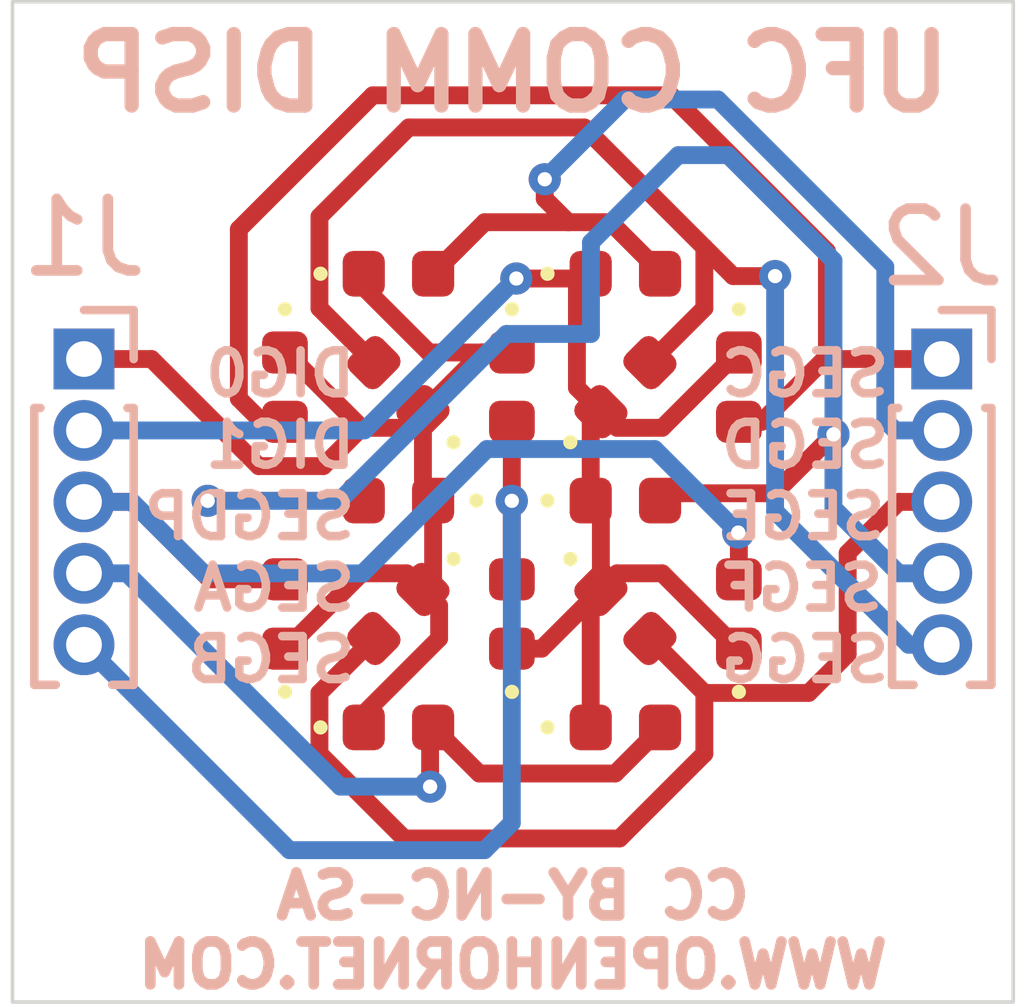
<source format=kicad_pcb>
(kicad_pcb (version 20171130) (host pcbnew "(5.1.9)-1")

  (general
    (thickness 1.6)
    (drawings 16)
    (tracks 149)
    (zones 0)
    (modules 18)
    (nets 11)
  )

  (page A4)
  (layers
    (0 F.Cu signal)
    (31 B.Cu signal)
    (32 B.Adhes user)
    (33 F.Adhes user)
    (34 B.Paste user)
    (35 F.Paste user)
    (36 B.SilkS user)
    (37 F.SilkS user)
    (38 B.Mask user)
    (39 F.Mask user)
    (40 Dwgs.User user)
    (41 Cmts.User user)
    (42 Eco1.User user)
    (43 Eco2.User user)
    (44 Edge.Cuts user)
    (45 Margin user)
    (46 B.CrtYd user)
    (47 F.CrtYd user)
    (48 B.Fab user)
    (49 F.Fab user)
  )

  (setup
    (last_trace_width 0.25)
    (user_trace_width 0.1524)
    (user_trace_width 0.2032)
    (user_trace_width 0.3048)
    (user_trace_width 0.4572)
    (user_trace_width 0.1524)
    (user_trace_width 0.2032)
    (user_trace_width 0.3048)
    (user_trace_width 0.4572)
    (trace_clearance 0.2)
    (zone_clearance 0.508)
    (zone_45_only no)
    (trace_min 0.127)
    (via_size 0.8)
    (via_drill 0.4)
    (via_min_size 0.45)
    (via_min_drill 0.2)
    (user_via 0.45 0.2)
    (user_via 0.45 0.2)
    (uvia_size 0.3)
    (uvia_drill 0.1)
    (uvias_allowed no)
    (uvia_min_size 0.2)
    (uvia_min_drill 0.1)
    (edge_width 0.05)
    (segment_width 0.2)
    (pcb_text_width 0.3)
    (pcb_text_size 1.5 1.5)
    (mod_edge_width 0.12)
    (mod_text_size 1 1)
    (mod_text_width 0.15)
    (pad_size 0.59 0.64)
    (pad_drill 0)
    (pad_to_mask_clearance 0.051)
    (solder_mask_min_width 0.25)
    (aux_axis_origin 151.945 52.19)
    (grid_origin 151.945 52.19)
    (visible_elements 7FFFFFDF)
    (pcbplotparams
      (layerselection 0x010fc_ffffffff)
      (usegerberextensions false)
      (usegerberattributes false)
      (usegerberadvancedattributes false)
      (creategerberjobfile false)
      (excludeedgelayer true)
      (linewidth 0.100000)
      (plotframeref false)
      (viasonmask false)
      (mode 1)
      (useauxorigin false)
      (hpglpennumber 1)
      (hpglpenspeed 20)
      (hpglpendiameter 15.000000)
      (psnegative false)
      (psa4output false)
      (plotreference true)
      (plotvalue true)
      (plotinvisibletext false)
      (padsonsilk false)
      (subtractmaskfromsilk false)
      (outputformat 1)
      (mirror false)
      (drillshape 0)
      (scaleselection 1)
      (outputdirectory "gerbers"))
  )

  (net 0 "")
  (net 1 /DIG0)
  (net 2 /DIG1)
  (net 3 /SEGC)
  (net 4 /SEGDP)
  (net 5 /SEGD)
  (net 6 /SEGG)
  (net 7 /SEGF)
  (net 8 /SEGE)
  (net 9 /SEGA)
  (net 10 /SEGB)

  (net_class Default "This is the default net class."
    (clearance 0.2)
    (trace_width 0.25)
    (via_dia 0.8)
    (via_drill 0.4)
    (uvia_dia 0.3)
    (uvia_drill 0.1)
    (add_net /DIG0)
    (add_net /DIG1)
    (add_net /SEGA)
    (add_net /SEGB)
    (add_net /SEGC)
    (add_net /SEGD)
    (add_net /SEGDP)
    (add_net /SEGE)
    (add_net /SEGF)
    (add_net /SEGG)
  )

  (module LED_SMD:LED_0402_1005Metric locked (layer F.Cu) (tedit 5B301BBE) (tstamp 5FB850D1)
    (at 162.1065 60.759 90)
    (descr "LED SMD 0402 (1005 Metric), square (rectangular) end terminal, IPC_7351 nominal, (Body size source: http://www.tortai-tech.com/upload/download/2011102023233369053.pdf), generated with kicad-footprint-generator")
    (tags LED)
    (path /5FB5EA60)
    (attr smd)
    (fp_text reference D16 (at 0 -1.17 90) (layer F.SilkS) hide
      (effects (font (size 1 1) (thickness 0.15)))
    )
    (fp_text value LED (at 0 1.17 90) (layer F.Fab)
      (effects (font (size 1 1) (thickness 0.15)))
    )
    (fp_circle (center -1.09 0) (end -1.04 0) (layer F.SilkS) (width 0.1))
    (fp_line (start -0.5 0.25) (end -0.5 -0.25) (layer F.Fab) (width 0.1))
    (fp_line (start -0.5 -0.25) (end 0.5 -0.25) (layer F.Fab) (width 0.1))
    (fp_line (start 0.5 -0.25) (end 0.5 0.25) (layer F.Fab) (width 0.1))
    (fp_line (start 0.5 0.25) (end -0.5 0.25) (layer F.Fab) (width 0.1))
    (fp_line (start -0.4 0.25) (end -0.4 -0.25) (layer F.Fab) (width 0.1))
    (fp_line (start -0.3 0.25) (end -0.3 -0.25) (layer F.Fab) (width 0.1))
    (fp_line (start -0.93 0.47) (end -0.93 -0.47) (layer F.CrtYd) (width 0.05))
    (fp_line (start -0.93 -0.47) (end 0.93 -0.47) (layer F.CrtYd) (width 0.05))
    (fp_line (start 0.93 -0.47) (end 0.93 0.47) (layer F.CrtYd) (width 0.05))
    (fp_line (start 0.93 0.47) (end -0.93 0.47) (layer F.CrtYd) (width 0.05))
    (fp_text user %R (at 0 0 90) (layer F.Fab)
      (effects (font (size 0.25 0.25) (thickness 0.04)))
    )
    (pad 1 smd roundrect (at -0.485 0 90) (size 0.59 0.64) (layers F.Cu F.Paste F.Mask) (roundrect_rratio 0.25)
      (net 2 /DIG1))
    (pad 2 smd roundrect (at 0.485 0 90) (size 0.59 0.64) (layers F.Cu F.Paste F.Mask) (roundrect_rratio 0.25)
      (net 4 /SEGDP))
    (model ${KISYS3DMOD}/LED_SMD.3dshapes/LED_0402_1005Metric.wrl
      (at (xyz 0 0 0))
      (scale (xyz 1 1 1))
      (rotate (xyz 0 0 0))
    )
  )

  (module LED_SMD:LED_0402_1005Metric locked (layer F.Cu) (tedit 5B301BBE) (tstamp 5FB850C0)
    (at 160.519 62.3465)
    (descr "LED SMD 0402 (1005 Metric), square (rectangular) end terminal, IPC_7351 nominal, (Body size source: http://www.tortai-tech.com/upload/download/2011102023233369053.pdf), generated with kicad-footprint-generator")
    (tags LED)
    (path /5FB5EA48)
    (attr smd)
    (fp_text reference D14 (at 0 -1.17) (layer F.SilkS) hide
      (effects (font (size 1 1) (thickness 0.15)))
    )
    (fp_text value LED (at 0 1.17) (layer F.Fab)
      (effects (font (size 1 1) (thickness 0.15)))
    )
    (fp_circle (center -1.09 0) (end -1.04 0) (layer F.SilkS) (width 0.1))
    (fp_line (start -0.5 0.25) (end -0.5 -0.25) (layer F.Fab) (width 0.1))
    (fp_line (start -0.5 -0.25) (end 0.5 -0.25) (layer F.Fab) (width 0.1))
    (fp_line (start 0.5 -0.25) (end 0.5 0.25) (layer F.Fab) (width 0.1))
    (fp_line (start 0.5 0.25) (end -0.5 0.25) (layer F.Fab) (width 0.1))
    (fp_line (start -0.4 0.25) (end -0.4 -0.25) (layer F.Fab) (width 0.1))
    (fp_line (start -0.3 0.25) (end -0.3 -0.25) (layer F.Fab) (width 0.1))
    (fp_line (start -0.93 0.47) (end -0.93 -0.47) (layer F.CrtYd) (width 0.05))
    (fp_line (start -0.93 -0.47) (end 0.93 -0.47) (layer F.CrtYd) (width 0.05))
    (fp_line (start 0.93 -0.47) (end 0.93 0.47) (layer F.CrtYd) (width 0.05))
    (fp_line (start 0.93 0.47) (end -0.93 0.47) (layer F.CrtYd) (width 0.05))
    (fp_text user %R (at 0 0) (layer F.Fab)
      (effects (font (size 0.25 0.25) (thickness 0.04)))
    )
    (pad 1 smd roundrect (at -0.485 0) (size 0.59 0.64) (layers F.Cu F.Paste F.Mask) (roundrect_rratio 0.25)
      (net 2 /DIG1))
    (pad 2 smd roundrect (at 0.485 0) (size 0.59 0.64) (layers F.Cu F.Paste F.Mask) (roundrect_rratio 0.25)
      (net 9 /SEGA))
    (model ${KISYS3DMOD}/LED_SMD.3dshapes/LED_0402_1005Metric.wrl
      (at (xyz 0 0 0))
      (scale (xyz 1 1 1))
      (rotate (xyz 0 0 0))
    )
  )

  (module LED_SMD:LED_0402_1005Metric locked (layer F.Cu) (tedit 5B301BBE) (tstamp 5FB850AF)
    (at 160.519 60.759 315)
    (descr "LED SMD 0402 (1005 Metric), square (rectangular) end terminal, IPC_7351 nominal, (Body size source: http://www.tortai-tech.com/upload/download/2011102023233369053.pdf), generated with kicad-footprint-generator")
    (tags LED)
    (path /5FB5EA3C)
    (attr smd)
    (fp_text reference D13 (at 0 -1.17 135) (layer F.SilkS) hide
      (effects (font (size 1 1) (thickness 0.15)))
    )
    (fp_text value LED (at 0 1.17 135) (layer F.Fab)
      (effects (font (size 1 1) (thickness 0.15)))
    )
    (fp_line (start 0.93 0.47) (end -0.93 0.47) (layer F.CrtYd) (width 0.05))
    (fp_line (start 0.93 -0.47) (end 0.93 0.47) (layer F.CrtYd) (width 0.05))
    (fp_line (start -0.93 -0.47) (end 0.93 -0.47) (layer F.CrtYd) (width 0.05))
    (fp_line (start -0.93 0.47) (end -0.93 -0.47) (layer F.CrtYd) (width 0.05))
    (fp_line (start -0.3 0.25) (end -0.3 -0.25) (layer F.Fab) (width 0.1))
    (fp_line (start -0.4 0.25) (end -0.4 -0.25) (layer F.Fab) (width 0.1))
    (fp_line (start 0.5 0.25) (end -0.5 0.25) (layer F.Fab) (width 0.1))
    (fp_line (start 0.5 -0.25) (end 0.5 0.25) (layer F.Fab) (width 0.1))
    (fp_line (start -0.5 -0.25) (end 0.5 -0.25) (layer F.Fab) (width 0.1))
    (fp_line (start -0.5 0.25) (end -0.5 -0.25) (layer F.Fab) (width 0.1))
    (fp_circle (center -1.09 0) (end -1.04 0) (layer F.SilkS) (width 0.1))
    (fp_text user %R (at 0 0 135) (layer F.Fab)
      (effects (font (size 0.25 0.25) (thickness 0.04)))
    )
    (pad 2 smd roundrect (at 0.485 0 315) (size 0.59 0.64) (layers F.Cu F.Paste F.Mask) (roundrect_rratio 0.25)
      (net 8 /SEGE))
    (pad 1 smd roundrect (at -0.485 0 315) (size 0.59 0.64) (layers F.Cu F.Paste F.Mask) (roundrect_rratio 0.25)
      (net 2 /DIG1))
    (model ${KISYS3DMOD}/LED_SMD.3dshapes/LED_0402_1005Metric.wrl
      (at (xyz 0 0 0))
      (scale (xyz 1 1 1))
      (rotate (xyz 0 0 0))
    )
  )

  (module LED_SMD:LED_0402_1005Metric locked (layer F.Cu) (tedit 5B301BBE) (tstamp 5FB8509E)
    (at 155.7565 60.759 90)
    (descr "LED SMD 0402 (1005 Metric), square (rectangular) end terminal, IPC_7351 nominal, (Body size source: http://www.tortai-tech.com/upload/download/2011102023233369053.pdf), generated with kicad-footprint-generator")
    (tags LED)
    (path /5FB5A1A3)
    (attr smd)
    (fp_text reference D2 (at 0 -1.17 90) (layer F.SilkS) hide
      (effects (font (size 1 1) (thickness 0.15)))
    )
    (fp_text value LED (at 0 1.17 90) (layer F.Fab)
      (effects (font (size 1 1) (thickness 0.15)))
    )
    (fp_circle (center -1.09 0) (end -1.04 0) (layer F.SilkS) (width 0.1))
    (fp_line (start -0.5 0.25) (end -0.5 -0.25) (layer F.Fab) (width 0.1))
    (fp_line (start -0.5 -0.25) (end 0.5 -0.25) (layer F.Fab) (width 0.1))
    (fp_line (start 0.5 -0.25) (end 0.5 0.25) (layer F.Fab) (width 0.1))
    (fp_line (start 0.5 0.25) (end -0.5 0.25) (layer F.Fab) (width 0.1))
    (fp_line (start -0.4 0.25) (end -0.4 -0.25) (layer F.Fab) (width 0.1))
    (fp_line (start -0.3 0.25) (end -0.3 -0.25) (layer F.Fab) (width 0.1))
    (fp_line (start -0.93 0.47) (end -0.93 -0.47) (layer F.CrtYd) (width 0.05))
    (fp_line (start -0.93 -0.47) (end 0.93 -0.47) (layer F.CrtYd) (width 0.05))
    (fp_line (start 0.93 -0.47) (end 0.93 0.47) (layer F.CrtYd) (width 0.05))
    (fp_line (start 0.93 0.47) (end -0.93 0.47) (layer F.CrtYd) (width 0.05))
    (fp_text user %R (at 0 0 90) (layer F.Fab)
      (effects (font (size 0.25 0.25) (thickness 0.04)))
    )
    (pad 1 smd roundrect (at -0.485 0 90) (size 0.59 0.64) (layers F.Cu F.Paste F.Mask) (roundrect_rratio 0.25)
      (net 1 /DIG0))
    (pad 2 smd roundrect (at 0.485 0 90) (size 0.59 0.64) (layers F.Cu F.Paste F.Mask) (roundrect_rratio 0.25)
      (net 4 /SEGDP))
    (model ${KISYS3DMOD}/LED_SMD.3dshapes/LED_0402_1005Metric.wrl
      (at (xyz 0 0 0))
      (scale (xyz 1 1 1))
      (rotate (xyz 0 0 0))
    )
  )

  (module LED_SMD:LED_0402_1005Metric locked (layer F.Cu) (tedit 5B301BBE) (tstamp 5FB8508D)
    (at 157.344 60.759 225)
    (descr "LED SMD 0402 (1005 Metric), square (rectangular) end terminal, IPC_7351 nominal, (Body size source: http://www.tortai-tech.com/upload/download/2011102023233369053.pdf), generated with kicad-footprint-generator")
    (tags LED)
    (path /5FB5BEF2)
    (attr smd)
    (fp_text reference D6 (at 0 -1.17 45) (layer F.SilkS) hide
      (effects (font (size 1 1) (thickness 0.15)))
    )
    (fp_text value LED (at 0 1.17 45) (layer F.Fab)
      (effects (font (size 1 1) (thickness 0.15)))
    )
    (fp_circle (center -1.09 0) (end -1.04 0) (layer F.SilkS) (width 0.1))
    (fp_line (start -0.5 0.25) (end -0.5 -0.25) (layer F.Fab) (width 0.1))
    (fp_line (start -0.5 -0.25) (end 0.5 -0.25) (layer F.Fab) (width 0.1))
    (fp_line (start 0.5 -0.25) (end 0.5 0.25) (layer F.Fab) (width 0.1))
    (fp_line (start 0.5 0.25) (end -0.5 0.25) (layer F.Fab) (width 0.1))
    (fp_line (start -0.4 0.25) (end -0.4 -0.25) (layer F.Fab) (width 0.1))
    (fp_line (start -0.3 0.25) (end -0.3 -0.25) (layer F.Fab) (width 0.1))
    (fp_line (start -0.93 0.47) (end -0.93 -0.47) (layer F.CrtYd) (width 0.05))
    (fp_line (start -0.93 -0.47) (end 0.93 -0.47) (layer F.CrtYd) (width 0.05))
    (fp_line (start 0.93 -0.47) (end 0.93 0.47) (layer F.CrtYd) (width 0.05))
    (fp_line (start 0.93 0.47) (end -0.93 0.47) (layer F.CrtYd) (width 0.05))
    (fp_text user %R (at 0 0 45) (layer F.Fab)
      (effects (font (size 0.25 0.25) (thickness 0.04)))
    )
    (pad 1 smd roundrect (at -0.485 0 225) (size 0.59 0.64) (layers F.Cu F.Paste F.Mask) (roundrect_rratio 0.25)
      (net 1 /DIG0))
    (pad 2 smd roundrect (at 0.485 0 225) (size 0.59 0.64) (layers F.Cu F.Paste F.Mask) (roundrect_rratio 0.25)
      (net 8 /SEGE))
    (model ${KISYS3DMOD}/LED_SMD.3dshapes/LED_0402_1005Metric.wrl
      (at (xyz 0 0 0))
      (scale (xyz 1 1 1))
      (rotate (xyz 0 0 0))
    )
  )

  (module LED_SMD:LED_0402_1005Metric locked (layer F.Cu) (tedit 5B301BBE) (tstamp 5FB8507C)
    (at 157.344 57.584 135)
    (descr "LED SMD 0402 (1005 Metric), square (rectangular) end terminal, IPC_7351 nominal, (Body size source: http://www.tortai-tech.com/upload/download/2011102023233369053.pdf), generated with kicad-footprint-generator")
    (tags LED)
    (path /5FB5B136)
    (attr smd)
    (fp_text reference D4 (at 0 -1.17 135) (layer F.SilkS) hide
      (effects (font (size 0.6 0.6) (thickness 0.15)))
    )
    (fp_text value LED (at 0 1.17 135) (layer F.Fab)
      (effects (font (size 1 1) (thickness 0.15)))
    )
    (fp_circle (center -1.09 0) (end -1.04 0) (layer F.SilkS) (width 0.1))
    (fp_line (start -0.5 0.25) (end -0.5 -0.25) (layer F.Fab) (width 0.1))
    (fp_line (start -0.5 -0.25) (end 0.5 -0.25) (layer F.Fab) (width 0.1))
    (fp_line (start 0.5 -0.25) (end 0.5 0.25) (layer F.Fab) (width 0.1))
    (fp_line (start 0.5 0.25) (end -0.5 0.25) (layer F.Fab) (width 0.1))
    (fp_line (start -0.4 0.25) (end -0.4 -0.25) (layer F.Fab) (width 0.1))
    (fp_line (start -0.3 0.25) (end -0.3 -0.25) (layer F.Fab) (width 0.1))
    (fp_line (start -0.93 0.47) (end -0.93 -0.47) (layer F.CrtYd) (width 0.05))
    (fp_line (start -0.93 -0.47) (end 0.93 -0.47) (layer F.CrtYd) (width 0.05))
    (fp_line (start 0.93 -0.47) (end 0.93 0.47) (layer F.CrtYd) (width 0.05))
    (fp_line (start 0.93 0.47) (end -0.93 0.47) (layer F.CrtYd) (width 0.05))
    (fp_text user %R (at 0 0 135) (layer F.Fab)
      (effects (font (size 0.25 0.25) (thickness 0.04)))
    )
    (pad 1 smd roundrect (at -0.485 0 135) (size 0.59 0.64) (layers F.Cu F.Paste F.Mask) (roundrect_rratio 0.25)
      (net 1 /DIG0))
    (pad 2 smd roundrect (at 0.485 0 135) (size 0.59 0.64) (layers F.Cu F.Paste F.Mask) (roundrect_rratio 0.25)
      (net 6 /SEGG))
    (model ${KISYS3DMOD}/LED_SMD.3dshapes/LED_0402_1005Metric.wrl
      (at (xyz 0 0 0))
      (scale (xyz 1 1 1))
      (rotate (xyz 0 0 0))
    )
  )

  (module LED_SMD:LED_0402_1005Metric locked (layer F.Cu) (tedit 5B301BBE) (tstamp 5FB8506B)
    (at 160.519 57.584 45)
    (descr "LED SMD 0402 (1005 Metric), square (rectangular) end terminal, IPC_7351 nominal, (Body size source: http://www.tortai-tech.com/upload/download/2011102023233369053.pdf), generated with kicad-footprint-generator")
    (tags LED)
    (path /5FB5EA24)
    (attr smd)
    (fp_text reference D11 (at 0 -1.17 45) (layer F.SilkS) hide
      (effects (font (size 1 1) (thickness 0.15)))
    )
    (fp_text value LED (at 0 1.17 45) (layer F.Fab)
      (effects (font (size 1 1) (thickness 0.15)))
    )
    (fp_line (start 0.93 0.47) (end -0.93 0.47) (layer F.CrtYd) (width 0.05))
    (fp_line (start 0.93 -0.47) (end 0.93 0.47) (layer F.CrtYd) (width 0.05))
    (fp_line (start -0.93 -0.47) (end 0.93 -0.47) (layer F.CrtYd) (width 0.05))
    (fp_line (start -0.93 0.47) (end -0.93 -0.47) (layer F.CrtYd) (width 0.05))
    (fp_line (start -0.3 0.25) (end -0.3 -0.25) (layer F.Fab) (width 0.1))
    (fp_line (start -0.4 0.25) (end -0.4 -0.25) (layer F.Fab) (width 0.1))
    (fp_line (start 0.5 0.25) (end -0.5 0.25) (layer F.Fab) (width 0.1))
    (fp_line (start 0.5 -0.25) (end 0.5 0.25) (layer F.Fab) (width 0.1))
    (fp_line (start -0.5 -0.25) (end 0.5 -0.25) (layer F.Fab) (width 0.1))
    (fp_line (start -0.5 0.25) (end -0.5 -0.25) (layer F.Fab) (width 0.1))
    (fp_circle (center -1.09 0) (end -1.04 0) (layer F.SilkS) (width 0.1))
    (fp_text user %R (at 0 0 45) (layer F.Fab)
      (effects (font (size 0.25 0.25) (thickness 0.04)))
    )
    (pad 2 smd roundrect (at 0.485 0 45) (size 0.59 0.64) (layers F.Cu F.Paste F.Mask) (roundrect_rratio 0.25)
      (net 6 /SEGG))
    (pad 1 smd roundrect (at -0.485 0 45) (size 0.59 0.64) (layers F.Cu F.Paste F.Mask) (roundrect_rratio 0.25)
      (net 2 /DIG1))
    (model ${KISYS3DMOD}/LED_SMD.3dshapes/LED_0402_1005Metric.wrl
      (at (xyz 0 0 0))
      (scale (xyz 1 1 1))
      (rotate (xyz 0 0 0))
    )
  )

  (module LED_SMD:LED_0402_1005Metric locked (layer F.Cu) (tedit 5B301BBE) (tstamp 5FB8505A)
    (at 158.9315 57.584 270)
    (descr "LED SMD 0402 (1005 Metric), square (rectangular) end terminal, IPC_7351 nominal, (Body size source: http://www.tortai-tech.com/upload/download/2011102023233369053.pdf), generated with kicad-footprint-generator")
    (tags LED)
    (path /5FB5BF0A)
    (attr smd)
    (fp_text reference D8 (at 0 -1.17 90) (layer F.SilkS) hide
      (effects (font (size 1 1) (thickness 0.15)))
    )
    (fp_text value LED (at 0 1.17 90) (layer F.Fab)
      (effects (font (size 1 1) (thickness 0.15)))
    )
    (fp_circle (center -1.09 0) (end -1.04 0) (layer F.SilkS) (width 0.1))
    (fp_line (start -0.5 0.25) (end -0.5 -0.25) (layer F.Fab) (width 0.1))
    (fp_line (start -0.5 -0.25) (end 0.5 -0.25) (layer F.Fab) (width 0.1))
    (fp_line (start 0.5 -0.25) (end 0.5 0.25) (layer F.Fab) (width 0.1))
    (fp_line (start 0.5 0.25) (end -0.5 0.25) (layer F.Fab) (width 0.1))
    (fp_line (start -0.4 0.25) (end -0.4 -0.25) (layer F.Fab) (width 0.1))
    (fp_line (start -0.3 0.25) (end -0.3 -0.25) (layer F.Fab) (width 0.1))
    (fp_line (start -0.93 0.47) (end -0.93 -0.47) (layer F.CrtYd) (width 0.05))
    (fp_line (start -0.93 -0.47) (end 0.93 -0.47) (layer F.CrtYd) (width 0.05))
    (fp_line (start 0.93 -0.47) (end 0.93 0.47) (layer F.CrtYd) (width 0.05))
    (fp_line (start 0.93 0.47) (end -0.93 0.47) (layer F.CrtYd) (width 0.05))
    (fp_text user %R (at 0 0 90) (layer F.Fab)
      (effects (font (size 0.25 0.25) (thickness 0.04)))
    )
    (pad 1 smd roundrect (at -0.485 0 270) (size 0.59 0.64) (layers F.Cu F.Paste F.Mask) (roundrect_rratio 0.25)
      (net 1 /DIG0))
    (pad 2 smd roundrect (at 0.485 0 270) (size 0.59 0.64) (layers F.Cu F.Paste F.Mask) (roundrect_rratio 0.25)
      (net 10 /SEGB))
    (model ${KISYS3DMOD}/LED_SMD.3dshapes/LED_0402_1005Metric.wrl
      (at (xyz 0 0 0))
      (scale (xyz 1 1 1))
      (rotate (xyz 0 0 0))
    )
  )

  (module LED_SMD:LED_0402_1005Metric locked (layer F.Cu) (tedit 5B301BBE) (tstamp 5FB85049)
    (at 155.7565 57.584 270)
    (descr "LED SMD 0402 (1005 Metric), square (rectangular) end terminal, IPC_7351 nominal, (Body size source: http://www.tortai-tech.com/upload/download/2011102023233369053.pdf), generated with kicad-footprint-generator")
    (tags LED)
    (path /5FB59324)
    (attr smd)
    (fp_text reference D1 (at 0 -1.17 90) (layer F.SilkS) hide
      (effects (font (size 1 1) (thickness 0.15)))
    )
    (fp_text value LED (at 0 1.17 90) (layer F.Fab)
      (effects (font (size 1 1) (thickness 0.15)))
    )
    (fp_circle (center -1.09 0) (end -1.04 0) (layer F.SilkS) (width 0.1))
    (fp_line (start -0.5 0.25) (end -0.5 -0.25) (layer F.Fab) (width 0.1))
    (fp_line (start -0.5 -0.25) (end 0.5 -0.25) (layer F.Fab) (width 0.1))
    (fp_line (start 0.5 -0.25) (end 0.5 0.25) (layer F.Fab) (width 0.1))
    (fp_line (start 0.5 0.25) (end -0.5 0.25) (layer F.Fab) (width 0.1))
    (fp_line (start -0.4 0.25) (end -0.4 -0.25) (layer F.Fab) (width 0.1))
    (fp_line (start -0.3 0.25) (end -0.3 -0.25) (layer F.Fab) (width 0.1))
    (fp_line (start -0.93 0.47) (end -0.93 -0.47) (layer F.CrtYd) (width 0.05))
    (fp_line (start -0.93 -0.47) (end 0.93 -0.47) (layer F.CrtYd) (width 0.05))
    (fp_line (start 0.93 -0.47) (end 0.93 0.47) (layer F.CrtYd) (width 0.05))
    (fp_line (start 0.93 0.47) (end -0.93 0.47) (layer F.CrtYd) (width 0.05))
    (fp_text user %R (at 0 0 90) (layer F.Fab)
      (effects (font (size 0.25 0.25) (thickness 0.04)))
    )
    (pad 1 smd roundrect (at -0.485 0 270) (size 0.59 0.64) (layers F.Cu F.Paste F.Mask) (roundrect_rratio 0.25)
      (net 1 /DIG0))
    (pad 2 smd roundrect (at 0.485 0 270) (size 0.59 0.64) (layers F.Cu F.Paste F.Mask) (roundrect_rratio 0.25)
      (net 3 /SEGC))
    (model ${KISYS3DMOD}/LED_SMD.3dshapes/LED_0402_1005Metric.wrl
      (at (xyz 0 0 0))
      (scale (xyz 1 1 1))
      (rotate (xyz 0 0 0))
    )
  )

  (module LED_SMD:LED_0402_1005Metric locked (layer F.Cu) (tedit 5B301BBE) (tstamp 5FB85038)
    (at 160.519 59.1715)
    (descr "LED SMD 0402 (1005 Metric), square (rectangular) end terminal, IPC_7351 nominal, (Body size source: http://www.tortai-tech.com/upload/download/2011102023233369053.pdf), generated with kicad-footprint-generator")
    (tags LED)
    (path /5FB5EA30)
    (attr smd)
    (fp_text reference D12 (at 0 -1.17) (layer F.SilkS) hide
      (effects (font (size 1 1) (thickness 0.15)))
    )
    (fp_text value LED (at 0 1.17) (layer F.Fab)
      (effects (font (size 1 1) (thickness 0.15)))
    )
    (fp_circle (center -1.09 0) (end -1.04 0) (layer F.SilkS) (width 0.1))
    (fp_line (start -0.5 0.25) (end -0.5 -0.25) (layer F.Fab) (width 0.1))
    (fp_line (start -0.5 -0.25) (end 0.5 -0.25) (layer F.Fab) (width 0.1))
    (fp_line (start 0.5 -0.25) (end 0.5 0.25) (layer F.Fab) (width 0.1))
    (fp_line (start 0.5 0.25) (end -0.5 0.25) (layer F.Fab) (width 0.1))
    (fp_line (start -0.4 0.25) (end -0.4 -0.25) (layer F.Fab) (width 0.1))
    (fp_line (start -0.3 0.25) (end -0.3 -0.25) (layer F.Fab) (width 0.1))
    (fp_line (start -0.93 0.47) (end -0.93 -0.47) (layer F.CrtYd) (width 0.05))
    (fp_line (start -0.93 -0.47) (end 0.93 -0.47) (layer F.CrtYd) (width 0.05))
    (fp_line (start 0.93 -0.47) (end 0.93 0.47) (layer F.CrtYd) (width 0.05))
    (fp_line (start 0.93 0.47) (end -0.93 0.47) (layer F.CrtYd) (width 0.05))
    (fp_text user %R (at 0 0) (layer F.Fab)
      (effects (font (size 0.25 0.25) (thickness 0.04)))
    )
    (pad 1 smd roundrect (at -0.485 0) (size 0.59 0.64) (layers F.Cu F.Paste F.Mask) (roundrect_rratio 0.25)
      (net 2 /DIG1))
    (pad 2 smd roundrect (at 0.485 0) (size 0.59 0.64) (layers F.Cu F.Paste F.Mask) (roundrect_rratio 0.25)
      (net 7 /SEGF))
    (model ${KISYS3DMOD}/LED_SMD.3dshapes/LED_0402_1005Metric.wrl
      (at (xyz 0 0 0))
      (scale (xyz 1 1 1))
      (rotate (xyz 0 0 0))
    )
  )

  (module LED_SMD:LED_0402_1005Metric locked (layer F.Cu) (tedit 5B301BBE) (tstamp 5FB85027)
    (at 160.519 55.9965)
    (descr "LED SMD 0402 (1005 Metric), square (rectangular) end terminal, IPC_7351 nominal, (Body size source: http://www.tortai-tech.com/upload/download/2011102023233369053.pdf), generated with kicad-footprint-generator")
    (tags LED)
    (path /5FB5EA18)
    (attr smd)
    (fp_text reference D10 (at 0 -1.17) (layer F.SilkS) hide
      (effects (font (size 1 1) (thickness 0.15)))
    )
    (fp_text value LED (at 0 1.17) (layer F.Fab)
      (effects (font (size 1 1) (thickness 0.15)))
    )
    (fp_circle (center -1.09 0) (end -1.04 0) (layer F.SilkS) (width 0.1))
    (fp_line (start -0.5 0.25) (end -0.5 -0.25) (layer F.Fab) (width 0.1))
    (fp_line (start -0.5 -0.25) (end 0.5 -0.25) (layer F.Fab) (width 0.1))
    (fp_line (start 0.5 -0.25) (end 0.5 0.25) (layer F.Fab) (width 0.1))
    (fp_line (start 0.5 0.25) (end -0.5 0.25) (layer F.Fab) (width 0.1))
    (fp_line (start -0.4 0.25) (end -0.4 -0.25) (layer F.Fab) (width 0.1))
    (fp_line (start -0.3 0.25) (end -0.3 -0.25) (layer F.Fab) (width 0.1))
    (fp_line (start -0.93 0.47) (end -0.93 -0.47) (layer F.CrtYd) (width 0.05))
    (fp_line (start -0.93 -0.47) (end 0.93 -0.47) (layer F.CrtYd) (width 0.05))
    (fp_line (start 0.93 -0.47) (end 0.93 0.47) (layer F.CrtYd) (width 0.05))
    (fp_line (start 0.93 0.47) (end -0.93 0.47) (layer F.CrtYd) (width 0.05))
    (fp_text user %R (at 0 0) (layer F.Fab)
      (effects (font (size 0.25 0.25) (thickness 0.04)))
    )
    (pad 1 smd roundrect (at -0.485 0) (size 0.59 0.64) (layers F.Cu F.Paste F.Mask) (roundrect_rratio 0.25)
      (net 2 /DIG1))
    (pad 2 smd roundrect (at 0.485 0) (size 0.59 0.64) (layers F.Cu F.Paste F.Mask) (roundrect_rratio 0.25)
      (net 5 /SEGD))
    (model ${KISYS3DMOD}/LED_SMD.3dshapes/LED_0402_1005Metric.wrl
      (at (xyz 0 0 0))
      (scale (xyz 1 1 1))
      (rotate (xyz 0 0 0))
    )
  )

  (module LED_SMD:LED_0402_1005Metric locked (layer F.Cu) (tedit 5B301BBE) (tstamp 5FB85016)
    (at 158.9315 60.759 90)
    (descr "LED SMD 0402 (1005 Metric), square (rectangular) end terminal, IPC_7351 nominal, (Body size source: http://www.tortai-tech.com/upload/download/2011102023233369053.pdf), generated with kicad-footprint-generator")
    (tags LED)
    (path /5FB5EA0C)
    (attr smd)
    (fp_text reference D9 (at 0 -1.17 90) (layer F.SilkS) hide
      (effects (font (size 1 1) (thickness 0.15)))
    )
    (fp_text value LED (at 0 1.17 90) (layer F.Fab)
      (effects (font (size 1 1) (thickness 0.15)))
    )
    (fp_circle (center -1.09 0) (end -1.04 0) (layer F.SilkS) (width 0.1))
    (fp_line (start -0.5 0.25) (end -0.5 -0.25) (layer F.Fab) (width 0.1))
    (fp_line (start -0.5 -0.25) (end 0.5 -0.25) (layer F.Fab) (width 0.1))
    (fp_line (start 0.5 -0.25) (end 0.5 0.25) (layer F.Fab) (width 0.1))
    (fp_line (start 0.5 0.25) (end -0.5 0.25) (layer F.Fab) (width 0.1))
    (fp_line (start -0.4 0.25) (end -0.4 -0.25) (layer F.Fab) (width 0.1))
    (fp_line (start -0.3 0.25) (end -0.3 -0.25) (layer F.Fab) (width 0.1))
    (fp_line (start -0.93 0.47) (end -0.93 -0.47) (layer F.CrtYd) (width 0.05))
    (fp_line (start -0.93 -0.47) (end 0.93 -0.47) (layer F.CrtYd) (width 0.05))
    (fp_line (start 0.93 -0.47) (end 0.93 0.47) (layer F.CrtYd) (width 0.05))
    (fp_line (start 0.93 0.47) (end -0.93 0.47) (layer F.CrtYd) (width 0.05))
    (fp_text user %R (at 0 0 90) (layer F.Fab)
      (effects (font (size 0.25 0.25) (thickness 0.04)))
    )
    (pad 1 smd roundrect (at -0.485 0 90) (size 0.59 0.64) (layers F.Cu F.Paste F.Mask) (roundrect_rratio 0.25)
      (net 2 /DIG1))
    (pad 2 smd roundrect (at 0.485 0 90) (size 0.59 0.64) (layers F.Cu F.Paste F.Mask) (roundrect_rratio 0.25)
      (net 10 /SEGB))
    (model ${KISYS3DMOD}/LED_SMD.3dshapes/LED_0402_1005Metric.wrl
      (at (xyz 0 0 0))
      (scale (xyz 1 1 1))
      (rotate (xyz 0 0 0))
    )
  )

  (module LED_SMD:LED_0402_1005Metric locked (layer F.Cu) (tedit 5B301BBE) (tstamp 5FB85005)
    (at 157.344 59.1715 180)
    (descr "LED SMD 0402 (1005 Metric), square (rectangular) end terminal, IPC_7351 nominal, (Body size source: http://www.tortai-tech.com/upload/download/2011102023233369053.pdf), generated with kicad-footprint-generator")
    (tags LED)
    (path /5FB5BEE6)
    (attr smd)
    (fp_text reference D5 (at 0 -1.17) (layer F.SilkS) hide
      (effects (font (size 1 1) (thickness 0.15)))
    )
    (fp_text value LED (at 0 1.17) (layer F.Fab)
      (effects (font (size 1 1) (thickness 0.15)))
    )
    (fp_line (start 0.93 0.47) (end -0.93 0.47) (layer F.CrtYd) (width 0.05))
    (fp_line (start 0.93 -0.47) (end 0.93 0.47) (layer F.CrtYd) (width 0.05))
    (fp_line (start -0.93 -0.47) (end 0.93 -0.47) (layer F.CrtYd) (width 0.05))
    (fp_line (start -0.93 0.47) (end -0.93 -0.47) (layer F.CrtYd) (width 0.05))
    (fp_line (start -0.3 0.25) (end -0.3 -0.25) (layer F.Fab) (width 0.1))
    (fp_line (start -0.4 0.25) (end -0.4 -0.25) (layer F.Fab) (width 0.1))
    (fp_line (start 0.5 0.25) (end -0.5 0.25) (layer F.Fab) (width 0.1))
    (fp_line (start 0.5 -0.25) (end 0.5 0.25) (layer F.Fab) (width 0.1))
    (fp_line (start -0.5 -0.25) (end 0.5 -0.25) (layer F.Fab) (width 0.1))
    (fp_line (start -0.5 0.25) (end -0.5 -0.25) (layer F.Fab) (width 0.1))
    (fp_circle (center -1.09 0) (end -1.04 0) (layer F.SilkS) (width 0.1))
    (fp_text user %R (at 0 0) (layer F.Fab)
      (effects (font (size 0.25 0.25) (thickness 0.04)))
    )
    (pad 2 smd roundrect (at 0.485 0 180) (size 0.59 0.64) (layers F.Cu F.Paste F.Mask) (roundrect_rratio 0.25)
      (net 7 /SEGF))
    (pad 1 smd roundrect (at -0.485 0 180) (size 0.59 0.64) (layers F.Cu F.Paste F.Mask) (roundrect_rratio 0.25)
      (net 1 /DIG0))
    (model ${KISYS3DMOD}/LED_SMD.3dshapes/LED_0402_1005Metric.wrl
      (at (xyz 0 0 0))
      (scale (xyz 1 1 1))
      (rotate (xyz 0 0 0))
    )
  )

  (module LED_SMD:LED_0402_1005Metric locked (layer F.Cu) (tedit 5B301BBE) (tstamp 5FB84FF4)
    (at 157.344 55.9965)
    (descr "LED SMD 0402 (1005 Metric), square (rectangular) end terminal, IPC_7351 nominal, (Body size source: http://www.tortai-tech.com/upload/download/2011102023233369053.pdf), generated with kicad-footprint-generator")
    (tags LED)
    (path /5FB5B12A)
    (attr smd)
    (fp_text reference D3 (at 0 -1.17) (layer F.SilkS) hide
      (effects (font (size 1 1) (thickness 0.15)))
    )
    (fp_text value LED (at 0 1.17) (layer F.Fab)
      (effects (font (size 1 1) (thickness 0.15)))
    )
    (fp_line (start 0.93 0.47) (end -0.93 0.47) (layer F.CrtYd) (width 0.05))
    (fp_line (start 0.93 -0.47) (end 0.93 0.47) (layer F.CrtYd) (width 0.05))
    (fp_line (start -0.93 -0.47) (end 0.93 -0.47) (layer F.CrtYd) (width 0.05))
    (fp_line (start -0.93 0.47) (end -0.93 -0.47) (layer F.CrtYd) (width 0.05))
    (fp_line (start -0.3 0.25) (end -0.3 -0.25) (layer F.Fab) (width 0.1))
    (fp_line (start -0.4 0.25) (end -0.4 -0.25) (layer F.Fab) (width 0.1))
    (fp_line (start 0.5 0.25) (end -0.5 0.25) (layer F.Fab) (width 0.1))
    (fp_line (start 0.5 -0.25) (end 0.5 0.25) (layer F.Fab) (width 0.1))
    (fp_line (start -0.5 -0.25) (end 0.5 -0.25) (layer F.Fab) (width 0.1))
    (fp_line (start -0.5 0.25) (end -0.5 -0.25) (layer F.Fab) (width 0.1))
    (fp_circle (center -1.09 0) (end -1.04 0) (layer F.SilkS) (width 0.1))
    (fp_text user %R (at 0 0) (layer F.Fab)
      (effects (font (size 0.25 0.25) (thickness 0.04)))
    )
    (pad 2 smd roundrect (at 0.485 0) (size 0.59 0.64) (layers F.Cu F.Paste F.Mask) (roundrect_rratio 0.25)
      (net 5 /SEGD))
    (pad 1 smd roundrect (at -0.485 0) (size 0.59 0.64) (layers F.Cu F.Paste F.Mask) (roundrect_rratio 0.25)
      (net 1 /DIG0))
    (model ${KISYS3DMOD}/LED_SMD.3dshapes/LED_0402_1005Metric.wrl
      (at (xyz 0 0 0))
      (scale (xyz 1 1 1))
      (rotate (xyz 0 0 0))
    )
  )

  (module LED_SMD:LED_0402_1005Metric locked (layer F.Cu) (tedit 5B301BBE) (tstamp 5FB84FE3)
    (at 162.1065 57.584 270)
    (descr "LED SMD 0402 (1005 Metric), square (rectangular) end terminal, IPC_7351 nominal, (Body size source: http://www.tortai-tech.com/upload/download/2011102023233369053.pdf), generated with kicad-footprint-generator")
    (tags LED)
    (path /5FB5EA54)
    (attr smd)
    (fp_text reference D15 (at 0 -1.17 90) (layer F.SilkS) hide
      (effects (font (size 1 1) (thickness 0.15)))
    )
    (fp_text value LED (at 0 1.17 90) (layer F.Fab)
      (effects (font (size 1 1) (thickness 0.15)))
    )
    (fp_line (start 0.93 0.47) (end -0.93 0.47) (layer F.CrtYd) (width 0.05))
    (fp_line (start 0.93 -0.47) (end 0.93 0.47) (layer F.CrtYd) (width 0.05))
    (fp_line (start -0.93 -0.47) (end 0.93 -0.47) (layer F.CrtYd) (width 0.05))
    (fp_line (start -0.93 0.47) (end -0.93 -0.47) (layer F.CrtYd) (width 0.05))
    (fp_line (start -0.3 0.25) (end -0.3 -0.25) (layer F.Fab) (width 0.1))
    (fp_line (start -0.4 0.25) (end -0.4 -0.25) (layer F.Fab) (width 0.1))
    (fp_line (start 0.5 0.25) (end -0.5 0.25) (layer F.Fab) (width 0.1))
    (fp_line (start 0.5 -0.25) (end 0.5 0.25) (layer F.Fab) (width 0.1))
    (fp_line (start -0.5 -0.25) (end 0.5 -0.25) (layer F.Fab) (width 0.1))
    (fp_line (start -0.5 0.25) (end -0.5 -0.25) (layer F.Fab) (width 0.1))
    (fp_circle (center -1.09 0) (end -1.04 0) (layer F.SilkS) (width 0.1))
    (fp_text user %R (at 0 0 90) (layer F.Fab)
      (effects (font (size 0.25 0.25) (thickness 0.04)))
    )
    (pad 2 smd roundrect (at 0.485 0 270) (size 0.59 0.64) (layers F.Cu F.Paste F.Mask) (roundrect_rratio 0.25)
      (net 3 /SEGC))
    (pad 1 smd roundrect (at -0.485 0 270) (size 0.59 0.64) (layers F.Cu F.Paste F.Mask) (roundrect_rratio 0.25)
      (net 2 /DIG1))
    (model ${KISYS3DMOD}/LED_SMD.3dshapes/LED_0402_1005Metric.wrl
      (at (xyz 0 0 0))
      (scale (xyz 1 1 1))
      (rotate (xyz 0 0 0))
    )
  )

  (module LED_SMD:LED_0402_1005Metric locked (layer F.Cu) (tedit 5B301BBE) (tstamp 5FB84FD2)
    (at 157.344 62.3465)
    (descr "LED SMD 0402 (1005 Metric), square (rectangular) end terminal, IPC_7351 nominal, (Body size source: http://www.tortai-tech.com/upload/download/2011102023233369053.pdf), generated with kicad-footprint-generator")
    (tags LED)
    (path /5FB5BEFE)
    (attr smd)
    (fp_text reference D7 (at 0 -1.17) (layer F.SilkS) hide
      (effects (font (size 1 1) (thickness 0.15)))
    )
    (fp_text value LED (at 0 1.17) (layer F.Fab)
      (effects (font (size 1 1) (thickness 0.15)))
    )
    (fp_line (start 0.93 0.47) (end -0.93 0.47) (layer F.CrtYd) (width 0.05))
    (fp_line (start 0.93 -0.47) (end 0.93 0.47) (layer F.CrtYd) (width 0.05))
    (fp_line (start -0.93 -0.47) (end 0.93 -0.47) (layer F.CrtYd) (width 0.05))
    (fp_line (start -0.93 0.47) (end -0.93 -0.47) (layer F.CrtYd) (width 0.05))
    (fp_line (start -0.3 0.25) (end -0.3 -0.25) (layer F.Fab) (width 0.1))
    (fp_line (start -0.4 0.25) (end -0.4 -0.25) (layer F.Fab) (width 0.1))
    (fp_line (start 0.5 0.25) (end -0.5 0.25) (layer F.Fab) (width 0.1))
    (fp_line (start 0.5 -0.25) (end 0.5 0.25) (layer F.Fab) (width 0.1))
    (fp_line (start -0.5 -0.25) (end 0.5 -0.25) (layer F.Fab) (width 0.1))
    (fp_line (start -0.5 0.25) (end -0.5 -0.25) (layer F.Fab) (width 0.1))
    (fp_circle (center -1.09 0) (end -1.04 0) (layer F.SilkS) (width 0.1))
    (fp_text user %R (at 0 0) (layer F.Fab)
      (effects (font (size 0.25 0.25) (thickness 0.04)))
    )
    (pad 2 smd roundrect (at 0.485 0) (size 0.59 0.64) (layers F.Cu F.Paste F.Mask) (roundrect_rratio 0.25)
      (net 9 /SEGA))
    (pad 1 smd roundrect (at -0.485 0) (size 0.59 0.64) (layers F.Cu F.Paste F.Mask) (roundrect_rratio 0.25)
      (net 1 /DIG0))
    (model ${KISYS3DMOD}/LED_SMD.3dshapes/LED_0402_1005Metric.wrl
      (at (xyz 0 0 0))
      (scale (xyz 1 1 1))
      (rotate (xyz 0 0 0))
    )
  )

  (module Connector_PinHeader_1.00mm:PinHeader_1x05_P1.00mm_Vertical (layer B.Cu) (tedit 59FED738) (tstamp 5FB85FB2)
    (at 152.945 57.19 180)
    (descr "Through hole straight pin header, 1x05, 1.00mm pitch, single row")
    (tags "Through hole pin header THT 1x05 1.00mm single row")
    (path /5FDAD3C0)
    (fp_text reference J1 (at 0 1.695 180) (layer B.SilkS)
      (effects (font (size 1 1) (thickness 0.15)) (justify mirror))
    )
    (fp_text value Conn_01x05_Male (at 0 -6.775 180) (layer B.Fab)
      (effects (font (size 1 1) (thickness 0.15)) (justify mirror))
    )
    (fp_line (start 1.15 1) (end -1.15 1) (layer B.CrtYd) (width 0.05))
    (fp_line (start 1.15 -5) (end 1.15 1) (layer B.CrtYd) (width 0.05))
    (fp_line (start -1.15 -5) (end 1.15 -5) (layer B.CrtYd) (width 0.05))
    (fp_line (start -1.15 1) (end -1.15 -5) (layer B.CrtYd) (width 0.05))
    (fp_line (start -0.695 0.685) (end 0 0.685) (layer B.SilkS) (width 0.12))
    (fp_line (start -0.695 0) (end -0.695 0.685) (layer B.SilkS) (width 0.12))
    (fp_line (start 0.608276 -0.685) (end 0.695 -0.685) (layer B.SilkS) (width 0.12))
    (fp_line (start -0.695 -0.685) (end -0.608276 -0.685) (layer B.SilkS) (width 0.12))
    (fp_line (start 0.695 -0.685) (end 0.695 -4.56) (layer B.SilkS) (width 0.12))
    (fp_line (start -0.695 -0.685) (end -0.695 -4.56) (layer B.SilkS) (width 0.12))
    (fp_line (start 0.394493 -4.56) (end 0.695 -4.56) (layer B.SilkS) (width 0.12))
    (fp_line (start -0.695 -4.56) (end -0.394493 -4.56) (layer B.SilkS) (width 0.12))
    (fp_line (start -0.635 0.1825) (end -0.3175 0.5) (layer B.Fab) (width 0.1))
    (fp_line (start -0.635 -4.5) (end -0.635 0.1825) (layer B.Fab) (width 0.1))
    (fp_line (start 0.635 -4.5) (end -0.635 -4.5) (layer B.Fab) (width 0.1))
    (fp_line (start 0.635 0.5) (end 0.635 -4.5) (layer B.Fab) (width 0.1))
    (fp_line (start -0.3175 0.5) (end 0.635 0.5) (layer B.Fab) (width 0.1))
    (fp_text user %R (at 0 -2.54 90) (layer B.Fab)
      (effects (font (size 1 1) (thickness 0.15)) (justify mirror))
    )
    (pad 5 thru_hole oval (at 0 -4 180) (size 0.85 0.85) (drill 0.5) (layers *.Cu *.Mask)
      (net 10 /SEGB))
    (pad 4 thru_hole oval (at 0 -3 180) (size 0.85 0.85) (drill 0.5) (layers *.Cu *.Mask)
      (net 9 /SEGA))
    (pad 3 thru_hole oval (at 0 -2 180) (size 0.85 0.85) (drill 0.5) (layers *.Cu *.Mask)
      (net 4 /SEGDP))
    (pad 2 thru_hole oval (at 0 -1 180) (size 0.85 0.85) (drill 0.5) (layers *.Cu *.Mask)
      (net 2 /DIG1))
    (pad 1 thru_hole rect (at 0 0 180) (size 0.85 0.85) (drill 0.5) (layers *.Cu *.Mask)
      (net 1 /DIG0))
    (model ${KISYS3DMOD}/Connector_PinHeader_1.00mm.3dshapes/PinHeader_1x05_P1.00mm_Vertical.wrl
      (at (xyz 0 0 0))
      (scale (xyz 1 1 1))
      (rotate (xyz 0 0 0))
    )
  )

  (module Connector_PinHeader_1.00mm:PinHeader_1x05_P1.00mm_Vertical (layer B.Cu) (tedit 59FED738) (tstamp 5FB85944)
    (at 164.945 57.19 180)
    (descr "Through hole straight pin header, 1x05, 1.00mm pitch, single row")
    (tags "Through hole pin header THT 1x05 1.00mm single row")
    (path /5FDF7297)
    (fp_text reference J2 (at 0 1.56) (layer B.SilkS)
      (effects (font (size 1 1) (thickness 0.15)) (justify mirror))
    )
    (fp_text value Conn_01x05_Male (at 0 -5.56) (layer B.Fab)
      (effects (font (size 1 1) (thickness 0.15)) (justify mirror))
    )
    (fp_line (start -0.3175 0.5) (end 0.635 0.5) (layer B.Fab) (width 0.1))
    (fp_line (start 0.635 0.5) (end 0.635 -4.5) (layer B.Fab) (width 0.1))
    (fp_line (start 0.635 -4.5) (end -0.635 -4.5) (layer B.Fab) (width 0.1))
    (fp_line (start -0.635 -4.5) (end -0.635 0.1825) (layer B.Fab) (width 0.1))
    (fp_line (start -0.635 0.1825) (end -0.3175 0.5) (layer B.Fab) (width 0.1))
    (fp_line (start -0.695 -4.56) (end -0.394493 -4.56) (layer B.SilkS) (width 0.12))
    (fp_line (start 0.394493 -4.56) (end 0.695 -4.56) (layer B.SilkS) (width 0.12))
    (fp_line (start -0.695 -0.685) (end -0.695 -4.56) (layer B.SilkS) (width 0.12))
    (fp_line (start 0.695 -0.685) (end 0.695 -4.56) (layer B.SilkS) (width 0.12))
    (fp_line (start -0.695 -0.685) (end -0.608276 -0.685) (layer B.SilkS) (width 0.12))
    (fp_line (start 0.608276 -0.685) (end 0.695 -0.685) (layer B.SilkS) (width 0.12))
    (fp_line (start -0.695 0) (end -0.695 0.685) (layer B.SilkS) (width 0.12))
    (fp_line (start -0.695 0.685) (end 0 0.685) (layer B.SilkS) (width 0.12))
    (fp_line (start -1.15 1) (end -1.15 -5) (layer B.CrtYd) (width 0.05))
    (fp_line (start -1.15 -5) (end 1.15 -5) (layer B.CrtYd) (width 0.05))
    (fp_line (start 1.15 -5) (end 1.15 1) (layer B.CrtYd) (width 0.05))
    (fp_line (start 1.15 1) (end -1.15 1) (layer B.CrtYd) (width 0.05))
    (fp_text user %R (at 0 -2 270) (layer B.Fab)
      (effects (font (size 0.76 0.76) (thickness 0.114)) (justify mirror))
    )
    (pad 1 thru_hole rect (at 0 0 180) (size 0.85 0.85) (drill 0.5) (layers *.Cu *.Mask)
      (net 3 /SEGC))
    (pad 2 thru_hole oval (at 0 -1 180) (size 0.85 0.85) (drill 0.5) (layers *.Cu *.Mask)
      (net 5 /SEGD))
    (pad 3 thru_hole oval (at 0 -2 180) (size 0.85 0.85) (drill 0.5) (layers *.Cu *.Mask)
      (net 8 /SEGE))
    (pad 4 thru_hole oval (at 0 -3 180) (size 0.85 0.85) (drill 0.5) (layers *.Cu *.Mask)
      (net 7 /SEGF))
    (pad 5 thru_hole oval (at 0 -4 180) (size 0.85 0.85) (drill 0.5) (layers *.Cu *.Mask)
      (net 6 /SEGG))
    (model ${KISYS3DMOD}/Connector_PinHeader_1.00mm.3dshapes/PinHeader_1x05_P1.00mm_Vertical.wrl
      (at (xyz 0 0 0))
      (scale (xyz 1 1 1))
      (rotate (xyz 0 0 0))
    )
  )

  (gr_text DIG0 (at 156.797 57.397501) (layer B.SilkS) (tstamp 5FB81FF7)
    (effects (font (size 0.6 0.6) (thickness 0.12)) (justify left mirror))
  )
  (gr_text DIG1 (at 156.797 58.3975) (layer B.SilkS) (tstamp 5FB81FF5)
    (effects (font (size 0.6 0.6) (thickness 0.12)) (justify left mirror))
  )
  (gr_text SEGDP (at 156.797 59.397501) (layer B.SilkS) (tstamp 5FB81FF3)
    (effects (font (size 0.6 0.6) (thickness 0.12)) (justify left mirror))
  )
  (gr_text SEGA (at 156.797 60.397499) (layer B.SilkS) (tstamp 5FB81FF1)
    (effects (font (size 0.6 0.6) (thickness 0.12)) (justify left mirror))
  )
  (gr_text SEGB (at 156.797 61.3975) (layer B.SilkS) (tstamp 5FB81C20)
    (effects (font (size 0.6 0.6) (thickness 0.12)) (justify left mirror))
  )
  (gr_text SEGC (at 161.797 57.3975) (layer B.SilkS) (tstamp 5FB85BFE)
    (effects (font (size 0.6 0.6) (thickness 0.12)) (justify right mirror))
  )
  (gr_text SEGD (at 161.797 58.3975) (layer B.SilkS) (tstamp 5FB85BF5)
    (effects (font (size 0.6 0.6) (thickness 0.12)) (justify right mirror))
  )
  (gr_text SEGE (at 161.797 59.3975) (layer B.SilkS) (tstamp 5FB85BF2)
    (effects (font (size 0.6 0.6) (thickness 0.12)) (justify right mirror))
  )
  (gr_text SEGF (at 161.797 60.3975) (layer B.SilkS) (tstamp 5FB85BFB)
    (effects (font (size 0.6 0.6) (thickness 0.12)) (justify right mirror))
  )
  (gr_text SEGG (at 161.797 61.3975) (layer B.SilkS) (tstamp 5FB85BF8)
    (effects (font (size 0.6 0.6) (thickness 0.12)) (justify right mirror))
  )
  (gr_line (start 151.945 66.19) (end 151.945 52.19) (layer Edge.Cuts) (width 0.05) (tstamp 5FB84B91))
  (gr_line (start 165.945 66.19) (end 151.945 66.19) (layer Edge.Cuts) (width 0.05))
  (gr_line (start 165.945 52.19) (end 165.945 66.19) (layer Edge.Cuts) (width 0.05))
  (gr_line (start 151.945 52.19) (end 165.945 52.19) (layer Edge.Cuts) (width 0.05))
  (gr_text "CC BY-NC-SA\nWWW.OPENHORNET.COM" (at 158.945 65.19) (layer B.SilkS)
    (effects (font (size 0.6 0.6) (thickness 0.15)) (justify mirror))
  )
  (gr_text "UFC COMM DISP\n" (at 158.945 53.19) (layer B.SilkS)
    (effects (font (size 1 1) (thickness 0.2)) (justify mirror))
  )

  (segment (start 158.514894 57.099) (end 158.9315 57.099) (width 0.25) (layer F.Cu) (net 1))
  (segment (start 157.686947 57.926947) (end 158.514894 57.099) (width 0.25) (layer F.Cu) (net 1))
  (segment (start 156.859 56.186818) (end 156.859 55.9965) (width 0.25) (layer F.Cu) (net 1))
  (segment (start 157.771182 57.099) (end 156.859 56.186818) (width 0.25) (layer F.Cu) (net 1))
  (segment (start 158.9315 57.099) (end 157.771182 57.099) (width 0.25) (layer F.Cu) (net 1))
  (segment (start 155.774732 57.099) (end 155.7565 57.099) (width 0.25) (layer F.Cu) (net 1))
  (segment (start 156.828953 58.153221) (end 155.774732 57.099) (width 0.25) (layer F.Cu) (net 1))
  (segment (start 157.460673 58.153221) (end 156.828953 58.153221) (width 0.25) (layer F.Cu) (net 1))
  (segment (start 157.686947 57.926947) (end 157.460673 58.153221) (width 0.25) (layer F.Cu) (net 1))
  (segment (start 157.686947 59.029447) (end 157.829 59.1715) (width 0.25) (layer F.Cu) (net 1))
  (segment (start 157.686947 57.926947) (end 157.686947 59.029447) (width 0.25) (layer F.Cu) (net 1))
  (segment (start 157.829 60.274) (end 157.686947 60.416053) (width 0.25) (layer F.Cu) (net 1))
  (segment (start 157.829 59.1715) (end 157.829 60.274) (width 0.25) (layer F.Cu) (net 1))
  (segment (start 155.774732 61.244) (end 155.7565 61.244) (width 0.25) (layer F.Cu) (net 1))
  (segment (start 156.828953 60.189779) (end 155.774732 61.244) (width 0.25) (layer F.Cu) (net 1))
  (segment (start 157.460673 60.189779) (end 156.828953 60.189779) (width 0.25) (layer F.Cu) (net 1))
  (segment (start 157.686947 60.416053) (end 157.460673 60.189779) (width 0.25) (layer F.Cu) (net 1))
  (segment (start 156.859 62.156182) (end 156.859 62.3465) (width 0.25) (layer F.Cu) (net 1))
  (segment (start 157.913221 61.101961) (end 156.859 62.156182) (width 0.25) (layer F.Cu) (net 1))
  (segment (start 157.913221 60.642327) (end 157.913221 61.101961) (width 0.25) (layer F.Cu) (net 1))
  (segment (start 157.686947 60.416053) (end 157.913221 60.642327) (width 0.25) (layer F.Cu) (net 1))
  (segment (start 156.293164 58.68901) (end 156.828953 58.153221) (width 0.25) (layer F.Cu) (net 1))
  (segment (start 155.388278 58.68901) (end 156.293164 58.68901) (width 0.25) (layer F.Cu) (net 1))
  (segment (start 153.889268 57.19) (end 155.388278 58.68901) (width 0.25) (layer F.Cu) (net 1))
  (segment (start 152.945 57.19) (end 153.889268 57.19) (width 0.25) (layer F.Cu) (net 1))
  (segment (start 160.034 60.558106) (end 160.176053 60.416053) (width 0.25) (layer F.Cu) (net 2))
  (segment (start 160.034 62.3465) (end 160.034 60.558106) (width 0.25) (layer F.Cu) (net 2))
  (segment (start 159.348106 61.244) (end 160.176053 60.416053) (width 0.25) (layer F.Cu) (net 2))
  (segment (start 158.9315 61.244) (end 159.348106 61.244) (width 0.25) (layer F.Cu) (net 2))
  (segment (start 162.088268 61.244) (end 162.1065 61.244) (width 0.25) (layer F.Cu) (net 2))
  (segment (start 161.034047 60.189779) (end 162.088268 61.244) (width 0.25) (layer F.Cu) (net 2))
  (segment (start 160.402327 60.189779) (end 161.034047 60.189779) (width 0.25) (layer F.Cu) (net 2))
  (segment (start 160.176053 60.416053) (end 160.402327 60.189779) (width 0.25) (layer F.Cu) (net 2))
  (segment (start 160.176053 59.313553) (end 160.034 59.1715) (width 0.25) (layer F.Cu) (net 2))
  (segment (start 160.176053 60.416053) (end 160.176053 59.313553) (width 0.25) (layer F.Cu) (net 2))
  (segment (start 160.034 58.069) (end 160.176053 57.926947) (width 0.25) (layer F.Cu) (net 2))
  (segment (start 160.034 59.1715) (end 160.034 58.069) (width 0.25) (layer F.Cu) (net 2))
  (segment (start 156.867 58.19) (end 158.9935 56.0635) (width 0.25) (layer B.Cu) (net 2))
  (segment (start 152.945 58.19) (end 156.867 58.19) (width 0.25) (layer B.Cu) (net 2))
  (via (at 158.9935 56.0635) (size 0.45) (drill 0.2) (layers F.Cu B.Cu) (net 2))
  (segment (start 159.967 56.0635) (end 160.034 55.9965) (width 0.25) (layer F.Cu) (net 2))
  (segment (start 158.9935 56.0635) (end 159.967 56.0635) (width 0.25) (layer F.Cu) (net 2))
  (segment (start 162.088268 57.099) (end 162.1065 57.099) (width 0.25) (layer F.Cu) (net 2))
  (segment (start 160.402327 58.153221) (end 161.034047 58.153221) (width 0.25) (layer F.Cu) (net 2))
  (segment (start 159.841186 56.189314) (end 160.034 55.9965) (width 0.25) (layer F.Cu) (net 2))
  (segment (start 160.176053 57.926947) (end 160.402327 58.153221) (width 0.25) (layer F.Cu) (net 2))
  (segment (start 161.034047 58.153221) (end 162.088268 57.099) (width 0.25) (layer F.Cu) (net 2))
  (segment (start 160.176053 57.926947) (end 159.841186 57.59208) (width 0.25) (layer F.Cu) (net 2))
  (segment (start 159.841186 57.59208) (end 159.841186 56.189314) (width 0.25) (layer F.Cu) (net 2))
  (segment (start 162.4265 58.069) (end 162.1065 58.069) (width 0.25) (layer F.Cu) (net 3))
  (segment (start 162.75151 57.74399) (end 162.4265 58.069) (width 0.25) (layer F.Cu) (net 3))
  (segment (start 163.3055 57.19) (end 162.75151 57.74399) (width 0.25) (layer F.Cu) (net 3))
  (segment (start 164.945 57.19) (end 163.3055 57.19) (width 0.25) (layer F.Cu) (net 3))
  (segment (start 156.985991 53.499009) (end 161.156144 53.499009) (width 0.25) (layer F.Cu) (net 3))
  (segment (start 163.338507 57.156993) (end 162.75151 57.74399) (width 0.25) (layer F.Cu) (net 3))
  (segment (start 161.156144 53.499009) (end 163.338507 55.681372) (width 0.25) (layer F.Cu) (net 3))
  (segment (start 155.11149 57.74399) (end 155.11149 55.37351) (width 0.25) (layer F.Cu) (net 3))
  (segment (start 155.7565 58.069) (end 155.4365 58.069) (width 0.25) (layer F.Cu) (net 3))
  (segment (start 155.11149 55.37351) (end 156.985991 53.499009) (width 0.25) (layer F.Cu) (net 3))
  (segment (start 163.338507 55.681372) (end 163.338507 57.156993) (width 0.25) (layer F.Cu) (net 3))
  (segment (start 155.4365 58.069) (end 155.11149 57.74399) (width 0.25) (layer F.Cu) (net 3))
  (segment (start 153.617498 59.19) (end 154.701498 60.274) (width 0.25) (layer F.Cu) (net 4))
  (segment (start 152.945 59.19) (end 153.617498 59.19) (width 0.25) (layer F.Cu) (net 4))
  (segment (start 154.701498 60.274) (end 155.7565 60.274) (width 0.25) (layer F.Cu) (net 4))
  (segment (start 160.928389 58.449998) (end 162.097891 59.6195) (width 0.25) (layer B.Cu) (net 4))
  (segment (start 153.617496 59.19) (end 154.618496 60.191) (width 0.25) (layer B.Cu) (net 4))
  (segment (start 154.618496 60.191) (end 156.840996 60.191) (width 0.25) (layer B.Cu) (net 4))
  (segment (start 152.945 59.19) (end 153.617496 59.19) (width 0.25) (layer B.Cu) (net 4))
  (segment (start 158.581998 58.449998) (end 160.928389 58.449998) (width 0.25) (layer B.Cu) (net 4))
  (segment (start 162.1065 59.628109) (end 162.097891 59.6195) (width 0.25) (layer F.Cu) (net 4))
  (segment (start 162.1065 60.274) (end 162.1065 59.628109) (width 0.25) (layer F.Cu) (net 4))
  (via (at 162.097891 59.6195) (size 0.45) (drill 0.2) (layers F.Cu B.Cu) (net 4))
  (segment (start 156.840996 60.191) (end 158.581998 58.449998) (width 0.25) (layer B.Cu) (net 4))
  (segment (start 158.550501 55.274999) (end 157.829 55.9965) (width 0.25) (layer F.Cu) (net 5))
  (segment (start 159.718501 55.274999) (end 158.550501 55.274999) (width 0.25) (layer F.Cu) (net 5))
  (segment (start 160.506872 53.558001) (end 159.390851 54.674022) (width 0.25) (layer B.Cu) (net 5))
  (segment (start 161.004 55.9965) (end 161.004 55.969153) (width 0.25) (layer F.Cu) (net 5))
  (segment (start 159.718501 55.274999) (end 159.390851 54.947349) (width 0.25) (layer F.Cu) (net 5))
  (segment (start 164.295 58.19) (end 164.154836 58.049835) (width 0.25) (layer B.Cu) (net 5))
  (via (at 159.390851 54.674022) (size 0.45) (drill 0.2) (layers F.Cu B.Cu) (net 5))
  (segment (start 161.004 55.969153) (end 160.309846 55.274999) (width 0.25) (layer F.Cu) (net 5))
  (segment (start 164.154836 55.899097) (end 161.81374 53.558001) (width 0.25) (layer B.Cu) (net 5))
  (segment (start 160.309846 55.274999) (end 159.718501 55.274999) (width 0.25) (layer F.Cu) (net 5))
  (segment (start 164.945 58.19) (end 164.295 58.19) (width 0.25) (layer B.Cu) (net 5))
  (segment (start 164.154836 58.049835) (end 164.154836 55.899097) (width 0.25) (layer B.Cu) (net 5))
  (segment (start 161.81374 53.558001) (end 160.506872 53.558001) (width 0.25) (layer B.Cu) (net 5))
  (segment (start 159.390851 54.947349) (end 159.390851 54.674022) (width 0.25) (layer F.Cu) (net 5))
  (via (at 162.613506 56.029373) (size 0.45) (drill 0.2) (layers F.Cu B.Cu) (net 6))
  (segment (start 161.62401 56.47899) (end 161.62401 55.628278) (width 0.25) (layer F.Cu) (net 6))
  (segment (start 160.861947 57.241053) (end 161.62401 56.47899) (width 0.25) (layer F.Cu) (net 6))
  (segment (start 159.944752 53.94902) (end 157.48848 53.94902) (width 0.25) (layer F.Cu) (net 6))
  (segment (start 161.62401 55.628278) (end 159.944752 53.94902) (width 0.25) (layer F.Cu) (net 6))
  (segment (start 156.23899 56.47899) (end 157.001053 57.241053) (width 0.25) (layer F.Cu) (net 6))
  (segment (start 156.23899 55.19851) (end 156.23899 56.47899) (width 0.25) (layer F.Cu) (net 6))
  (segment (start 157.48848 53.94902) (end 156.23899 55.19851) (width 0.25) (layer F.Cu) (net 6))
  (segment (start 162.025105 56.029373) (end 161.62401 55.628278) (width 0.25) (layer F.Cu) (net 6))
  (segment (start 162.613506 56.029373) (end 162.025105 56.029373) (width 0.25) (layer F.Cu) (net 6))
  (segment (start 164.945 61.19) (end 164.482393 61.19) (width 0.25) (layer B.Cu) (net 6))
  (segment (start 164.482393 61.19) (end 162.613506 59.321113) (width 0.25) (layer B.Cu) (net 6))
  (segment (start 162.613506 59.321113) (end 162.613506 56.029373) (width 0.25) (layer B.Cu) (net 6))
  (via (at 154.6755 59.175) (size 0.45) (drill 0.2) (layers F.Cu B.Cu) (net 7))
  (segment (start 156.8555 59.175) (end 156.859 59.1715) (width 0.25) (layer F.Cu) (net 7))
  (segment (start 154.6755 59.175) (end 156.8555 59.175) (width 0.25) (layer F.Cu) (net 7))
  (segment (start 161.955572 54.336244) (end 163.429834 55.810506) (width 0.25) (layer B.Cu) (net 7))
  (segment (start 161.259568 54.336244) (end 161.955572 54.336244) (width 0.25) (layer B.Cu) (net 7))
  (segment (start 164.34396 60.19) (end 163.429834 59.275874) (width 0.25) (layer B.Cu) (net 7))
  (segment (start 158.85388 56.83953) (end 160.037689 56.83953) (width 0.25) (layer B.Cu) (net 7))
  (segment (start 164.945 60.19) (end 164.34396 60.19) (width 0.25) (layer B.Cu) (net 7))
  (segment (start 154.6755 59.175) (end 156.51841 59.175) (width 0.25) (layer B.Cu) (net 7))
  (segment (start 160.037689 55.558123) (end 161.259568 54.336244) (width 0.25) (layer B.Cu) (net 7))
  (segment (start 163.429834 55.810506) (end 163.429834 58.244912) (width 0.25) (layer B.Cu) (net 7))
  (segment (start 156.51841 59.175) (end 158.85388 56.83953) (width 0.25) (layer B.Cu) (net 7))
  (via (at 163.429834 58.244912) (size 0.45) (drill 0.2) (layers F.Cu B.Cu) (net 7))
  (segment (start 160.037689 56.83953) (end 160.037689 55.558123) (width 0.25) (layer B.Cu) (net 7))
  (segment (start 163.429834 59.275874) (end 163.429834 58.244912) (width 0.25) (layer B.Cu) (net 7))
  (segment (start 162.605248 59.069498) (end 163.429834 58.244912) (width 0.25) (layer F.Cu) (net 7))
  (segment (start 161.004 59.1715) (end 161.106002 59.069498) (width 0.25) (layer F.Cu) (net 7))
  (segment (start 161.106002 59.069498) (end 162.605248 59.069498) (width 0.25) (layer F.Cu) (net 7))
  (segment (start 161.62401 61.86401) (end 160.861947 61.101947) (width 0.25) (layer F.Cu) (net 8))
  (segment (start 157.424769 63.900501) (end 160.438231 63.900501) (width 0.25) (layer F.Cu) (net 8))
  (segment (start 157.001053 61.101947) (end 156.23899 61.86401) (width 0.25) (layer F.Cu) (net 8))
  (segment (start 156.23899 61.86401) (end 156.23899 62.714722) (width 0.25) (layer F.Cu) (net 8))
  (segment (start 156.23899 62.714722) (end 157.424769 63.900501) (width 0.25) (layer F.Cu) (net 8))
  (segment (start 160.438231 63.900501) (end 161.62401 62.714722) (width 0.25) (layer F.Cu) (net 8))
  (segment (start 161.62401 62.714722) (end 161.62401 61.86401) (width 0.25) (layer F.Cu) (net 8))
  (segment (start 163.083988 61.86401) (end 161.62401 61.86401) (width 0.25) (layer F.Cu) (net 8))
  (segment (start 163.629 61.318998) (end 163.083988 61.86401) (width 0.25) (layer F.Cu) (net 8))
  (segment (start 163.629 59.90496) (end 163.629 61.318998) (width 0.25) (layer F.Cu) (net 8))
  (segment (start 164.34396 59.19) (end 163.629 59.90496) (width 0.25) (layer F.Cu) (net 8))
  (segment (start 164.945 59.19) (end 164.34396 59.19) (width 0.25) (layer F.Cu) (net 8))
  (segment (start 161.004 62.364732) (end 161.004 62.3465) (width 0.25) (layer F.Cu) (net 9))
  (segment (start 160.377222 62.99151) (end 161.004 62.364732) (width 0.25) (layer F.Cu) (net 9))
  (segment (start 158.47401 62.99151) (end 160.377222 62.99151) (width 0.25) (layer F.Cu) (net 9))
  (segment (start 157.829 62.3465) (end 158.47401 62.99151) (width 0.25) (layer F.Cu) (net 9))
  (via (at 157.787 63.1755) (size 0.45) (drill 0.2) (layers F.Cu B.Cu) (net 9))
  (segment (start 157.787 62.3885) (end 157.829 62.3465) (width 0.25) (layer F.Cu) (net 9))
  (segment (start 157.787 63.1755) (end 157.787 62.3885) (width 0.25) (layer F.Cu) (net 9))
  (segment (start 152.945 60.19) (end 153.54604 60.19) (width 0.25) (layer B.Cu) (net 9))
  (segment (start 153.54604 60.19) (end 156.53154 63.1755) (width 0.25) (layer B.Cu) (net 9))
  (segment (start 156.53154 63.1755) (end 157.787 63.1755) (width 0.25) (layer B.Cu) (net 9))
  (segment (start 152.945 61.19) (end 155.8195 64.0645) (width 0.25) (layer B.Cu) (net 10))
  (segment (start 155.8195 64.0645) (end 158.549 64.0645) (width 0.25) (layer B.Cu) (net 10))
  (segment (start 158.93 63.6835) (end 158.93 59.175) (width 0.25) (layer B.Cu) (net 10))
  (via (at 158.93 59.175) (size 0.45) (drill 0.2) (layers F.Cu B.Cu) (net 10))
  (segment (start 158.549 64.0645) (end 158.93 63.6835) (width 0.25) (layer B.Cu) (net 10))
  (segment (start 158.93 60.2725) (end 158.9315 60.274) (width 0.25) (layer F.Cu) (net 10))
  (segment (start 158.93 59.175) (end 158.93 60.2725) (width 0.25) (layer F.Cu) (net 10))
  (segment (start 158.93 58.0705) (end 158.9315 58.069) (width 0.25) (layer F.Cu) (net 10))
  (segment (start 158.93 59.175) (end 158.93 58.0705) (width 0.25) (layer F.Cu) (net 10))

)

</source>
